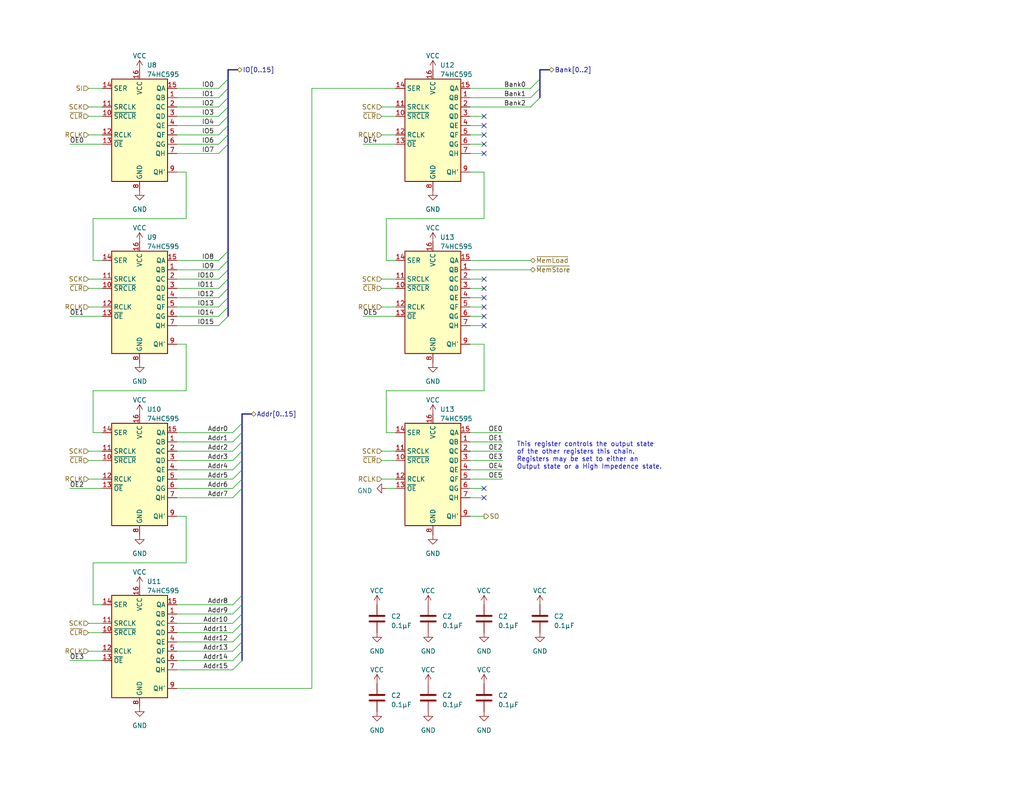
<source format=kicad_sch>
(kicad_sch (version 20230121) (generator eeschema)
  (paper "USLetter")
  (title_block (date "2023-03-21"))
  (lib_symbols
    (symbol "74xx:74HC595"
      (property "Reference" "U" (at -7.62 13.97 0))
      (property "Value" "74HC595" (at -7.62 -16.51 0))
      (symbol "74HC595_1_0"
        (pin tri_state line (at 10.16 7.62 180) (length 2.54) (name "QB") (number "1"))
        (pin input line (at -10.16 2.54 0) (length 2.54) (name "~{SRCLR}") (number "10"))
        (pin input line (at -10.16 5.08 0) (length 2.54) (name "SRCLK") (number "11"))
        (pin input line (at -10.16 -2.54 0) (length 2.54) (name "RCLK") (number "12"))
        (pin input line (at -10.16 -5.08 0) (length 2.54) (name "~{OE}") (number "13"))
        (pin input line (at -10.16 10.16 0) (length 2.54) (name "SER") (number "14"))
        (pin tri_state line (at 10.16 10.16 180) (length 2.54) (name "QA") (number "15"))
        (pin power_in line (at 0 15.24 270) (length 2.54) (name "VCC") (number "16"))
        (pin tri_state line (at 10.16 5.08 180) (length 2.54) (name "QC") (number "2"))
        (pin tri_state line (at 10.16 2.54 180) (length 2.54) (name "QD") (number "3"))
        (pin tri_state line (at 10.16 0 180) (length 2.54) (name "QE") (number "4"))
        (pin tri_state line (at 10.16 -2.54 180) (length 2.54) (name "QF") (number "5"))
        (pin tri_state line (at 10.16 -5.08 180) (length 2.54) (name "QG") (number "6"))
        (pin tri_state line (at 10.16 -7.62 180) (length 2.54) (name "QH") (number "7"))
        (pin power_in line (at 0 -17.78 90) (length 2.54) (name "GND") (number "8"))
        (pin output line (at 10.16 -12.7 180) (length 2.54) (name "QH'") (number "9"))
      )
      (symbol "74HC595_1_1"
        (rectangle (start -7.62 12.7) (end 7.62 -15.24) (stroke (width 0.254)) (fill (type background)))
      )
    )
    (symbol "Device:C" (pin_numbers hide) (pin_names (offset 0.254))
      (property "Reference" "C" (at 0.635 2.54 0))
      (property "Value" "C" (at 0.635 -2.54 0))
      (symbol "C_0_1"
        (polyline (pts (xy -2.032 -0.762) (xy 2.032 -0.762)) (stroke (width 0.508)))
        (polyline (pts (xy -2.032 0.762) (xy 2.032 0.762)) (stroke (width 0.508)))
      )
      (symbol "C_1_1"
        (pin passive line (at 0 3.81 270) (length 2.794) (name "~") (number "1"))
        (pin passive line (at 0 -3.81 90) (length 2.794) (name "~") (number "2"))
      )
    )
    (symbol "power:GND" (power) (pin_names (offset 0))
      (property "Value" "GND" (at 0 -3.81 0))
      (symbol "GND_0_1"
        (polyline (pts (xy 0 0) (xy 0 -1.27) (xy 1.27 -1.27) (xy 0 -2.54) (xy -1.27 -1.27) (xy 0 -1.27)))
      )
      (symbol "GND_1_1"
        (pin power_in line (at 0 0 270) (length 0) hide (name "GND") (number "1"))
      )
    )
    (symbol "power:VCC" (power) (pin_names (offset 0))
      (property "Value" "VCC" (at 0 3.81 0))
      (symbol "VCC_0_1"
        (polyline (pts (xy -0.762 1.27) (xy 0 2.54)))
        (polyline (pts (xy 0 0) (xy 0 2.54)))
        (polyline (pts (xy 0 2.54) (xy 0.762 1.27)))
      )
      (symbol "VCC_1_1"
        (pin power_in line (at 0 0 90) (length 0) hide (name "VCC") (number "1"))
      )
    )
  )
  (no_connect (at 132.08 86.36))
  (no_connect (at 132.08 81.28))
  (no_connect (at 132.08 133.35))
  (no_connect (at 132.08 36.83))
  (no_connect (at 132.08 76.2))
  (no_connect (at 132.08 83.82))
  (no_connect (at 132.08 34.29))
  (no_connect (at 132.08 88.9))
  (no_connect (at 132.08 31.75))
  (no_connect (at 132.08 78.74))
  (no_connect (at 132.08 39.37))
  (no_connect (at 132.08 135.89))
  (no_connect (at 132.08 41.91))
  (bus_entry (at 62.23 68.58) (size -2.54 2.54))
  (bus_entry (at 66.04 162.56) (size -2.54 2.54))
  (bus_entry (at 147.32 26.67) (size -2.54 2.54))
  (bus_entry (at 62.23 39.37) (size -2.54 2.54))
  (bus_entry (at 62.23 78.74) (size -2.54 2.54))
  (bus_entry (at 66.04 123.19) (size -2.54 2.54))
  (bus_entry (at 66.04 180.34) (size -2.54 2.54))
  (bus_entry (at 66.04 165.1) (size -2.54 2.54))
  (bus_entry (at 66.04 170.18) (size -2.54 2.54))
  (bus_entry (at 62.23 76.2) (size -2.54 2.54))
  (bus_entry (at 147.32 24.13) (size -2.54 2.54))
  (bus_entry (at 62.23 71.12) (size -2.54 2.54))
  (bus_entry (at 62.23 83.82) (size -2.54 2.54))
  (bus_entry (at 62.23 73.66) (size -2.54 2.54))
  (bus_entry (at 62.23 34.29) (size -2.54 2.54))
  (bus_entry (at 62.23 29.21) (size -2.54 2.54))
  (bus_entry (at 66.04 172.72) (size -2.54 2.54))
  (bus_entry (at 62.23 24.13) (size -2.54 2.54))
  (bus_entry (at 62.23 26.67) (size -2.54 2.54))
  (bus_entry (at 66.04 118.11) (size -2.54 2.54))
  (bus_entry (at 62.23 21.59) (size -2.54 2.54))
  (bus_entry (at 66.04 133.35) (size -2.54 2.54))
  (bus_entry (at 66.04 120.65) (size -2.54 2.54))
  (bus_entry (at 66.04 177.8) (size -2.54 2.54))
  (bus_entry (at 66.04 167.64) (size -2.54 2.54))
  (bus_entry (at 62.23 81.28) (size -2.54 2.54))
  (bus_entry (at 66.04 128.27) (size -2.54 2.54))
  (bus_entry (at 62.23 31.75) (size -2.54 2.54))
  (bus_entry (at 62.23 86.36) (size -2.54 2.54))
  (bus_entry (at 66.04 175.26) (size -2.54 2.54))
  (bus_entry (at 66.04 115.57) (size -2.54 2.54))
  (bus_entry (at 66.04 130.81) (size -2.54 2.54))
  (bus_entry (at 62.23 36.83) (size -2.54 2.54))
  (bus_entry (at 147.32 21.59) (size -2.54 2.54))
  (bus_entry (at 66.04 125.73) (size -2.54 2.54))
  (wire (pts (xy 50.8 93.98) (xy 50.8 106.68)))
  (wire (pts (xy 128.27 31.75) (xy 132.08 31.75)))
  (wire (pts (xy 104.14 78.74) (xy 107.95 78.74)))
  (wire (pts (xy 128.27 76.2) (xy 132.08 76.2)))
  (bus (pts (xy 66.04 120.65) (xy 66.04 123.19)))
  (wire (pts (xy 59.69 86.36) (xy 48.26 86.36)))
  (wire (pts (xy 144.78 71.12) (xy 128.27 71.12)))
  (wire (pts (xy 59.69 81.28) (xy 48.26 81.28)))
  (bus (pts (xy 62.23 21.59) (xy 62.23 24.13)))
  (wire (pts (xy 104.14 76.2) (xy 107.95 76.2)))
  (wire (pts (xy 59.69 24.13) (xy 48.26 24.13)))
  (bus (pts (xy 66.04 130.81) (xy 66.04 133.35)))
  (wire (pts (xy 24.13 36.83) (xy 27.94 36.83)))
  (bus (pts (xy 66.04 118.11) (xy 66.04 120.65)))
  (wire (pts (xy 24.13 177.8) (xy 27.94 177.8)))
  (wire (pts (xy 24.13 24.13) (xy 27.94 24.13)))
  (bus (pts (xy 147.32 19.05) (xy 147.32 21.59)))
  (wire (pts (xy 59.69 34.29) (xy 48.26 34.29)))
  (bus (pts (xy 62.23 24.13) (xy 62.23 26.67)))
  (wire (pts (xy 48.26 130.81) (xy 63.5 130.81)))
  (bus (pts (xy 66.04 125.73) (xy 66.04 128.27)))
  (bus (pts (xy 62.23 26.67) (xy 62.23 29.21)))
  (bus (pts (xy 147.32 21.59) (xy 147.32 24.13)))
  (wire (pts (xy 25.4 59.69) (xy 25.4 71.12)))
  (wire (pts (xy 105.41 133.35) (xy 107.95 133.35)))
  (wire (pts (xy 48.26 135.89) (xy 63.5 135.89)))
  (bus (pts (xy 62.23 39.37) (xy 62.23 68.58)))
  (wire (pts (xy 132.08 93.98) (xy 132.08 106.68)))
  (wire (pts (xy 59.69 76.2) (xy 48.26 76.2)))
  (wire (pts (xy 85.09 24.13) (xy 85.09 187.96)))
  (wire (pts (xy 48.26 125.73) (xy 63.5 125.73)))
  (bus (pts (xy 62.23 36.83) (xy 62.23 39.37)))
  (wire (pts (xy 24.13 125.73) (xy 27.94 125.73)))
  (bus (pts (xy 64.77 19.05) (xy 62.23 19.05)))
  (wire (pts (xy 105.41 59.69) (xy 105.41 71.12)))
  (bus (pts (xy 62.23 78.74) (xy 62.23 81.28)))
  (wire (pts (xy 132.08 140.97) (xy 128.27 140.97)))
  (wire (pts (xy 48.26 46.99) (xy 50.8 46.99)))
  (wire (pts (xy 59.69 29.21) (xy 48.26 29.21)))
  (wire (pts (xy 104.14 125.73) (xy 107.95 125.73)))
  (wire (pts (xy 19.05 86.36) (xy 27.94 86.36)))
  (wire (pts (xy 128.27 78.74) (xy 132.08 78.74)))
  (wire (pts (xy 105.41 118.11) (xy 107.95 118.11)))
  (bus (pts (xy 62.23 81.28) (xy 62.23 83.82)))
  (wire (pts (xy 25.4 153.67) (xy 25.4 165.1)))
  (wire (pts (xy 24.13 130.81) (xy 27.94 130.81)))
  (wire (pts (xy 50.8 106.68) (xy 25.4 106.68)))
  (wire (pts (xy 128.27 88.9) (xy 132.08 88.9)))
  (wire (pts (xy 25.4 106.68) (xy 25.4 118.11)))
  (wire (pts (xy 59.69 36.83) (xy 48.26 36.83)))
  (bus (pts (xy 62.23 34.29) (xy 62.23 36.83)))
  (wire (pts (xy 104.14 83.82) (xy 107.95 83.82)))
  (wire (pts (xy 137.16 120.65) (xy 128.27 120.65)))
  (wire (pts (xy 24.13 31.75) (xy 27.94 31.75)))
  (wire (pts (xy 137.16 118.11) (xy 128.27 118.11)))
  (bus (pts (xy 66.04 128.27) (xy 66.04 130.81)))
  (wire (pts (xy 59.69 31.75) (xy 48.26 31.75)))
  (wire (pts (xy 24.13 78.74) (xy 27.94 78.74)))
  (bus (pts (xy 66.04 165.1) (xy 66.04 167.64)))
  (bus (pts (xy 149.86 19.05) (xy 147.32 19.05)))
  (wire (pts (xy 24.13 83.82) (xy 27.94 83.82)))
  (wire (pts (xy 48.26 120.65) (xy 63.5 120.65)))
  (wire (pts (xy 104.14 36.83) (xy 107.95 36.83)))
  (bus (pts (xy 66.04 170.18) (xy 66.04 172.72)))
  (wire (pts (xy 48.26 182.88) (xy 63.5 182.88)))
  (bus (pts (xy 66.04 162.56) (xy 66.04 165.1)))
  (wire (pts (xy 128.27 81.28) (xy 132.08 81.28)))
  (wire (pts (xy 48.26 172.72) (xy 63.5 172.72)))
  (wire (pts (xy 59.69 41.91) (xy 48.26 41.91)))
  (bus (pts (xy 66.04 115.57) (xy 66.04 118.11)))
  (wire (pts (xy 105.41 59.69) (xy 132.08 59.69)))
  (wire (pts (xy 48.26 165.1) (xy 63.5 165.1)))
  (wire (pts (xy 59.69 71.12) (xy 48.26 71.12)))
  (wire (pts (xy 48.26 180.34) (xy 63.5 180.34)))
  (wire (pts (xy 19.05 133.35) (xy 27.94 133.35)))
  (bus (pts (xy 66.04 123.19) (xy 66.04 125.73)))
  (wire (pts (xy 128.27 46.99) (xy 132.08 46.99)))
  (wire (pts (xy 59.69 26.67) (xy 48.26 26.67)))
  (wire (pts (xy 48.26 187.96) (xy 85.09 187.96)))
  (bus (pts (xy 147.32 24.13) (xy 147.32 26.67)))
  (wire (pts (xy 48.26 177.8) (xy 63.5 177.8)))
  (bus (pts (xy 62.23 73.66) (xy 62.23 76.2)))
  (wire (pts (xy 25.4 118.11) (xy 27.94 118.11)))
  (bus (pts (xy 68.58 113.03) (xy 66.04 113.03)))
  (wire (pts (xy 144.78 29.21) (xy 128.27 29.21)))
  (bus (pts (xy 66.04 113.03) (xy 66.04 115.57)))
  (wire (pts (xy 144.78 24.13) (xy 128.27 24.13)))
  (wire (pts (xy 25.4 71.12) (xy 27.94 71.12)))
  (bus (pts (xy 62.23 68.58) (xy 62.23 71.12)))
  (wire (pts (xy 25.4 165.1) (xy 27.94 165.1)))
  (wire (pts (xy 128.27 135.89) (xy 132.08 135.89)))
  (wire (pts (xy 137.16 128.27) (xy 128.27 128.27)))
  (wire (pts (xy 48.26 123.19) (xy 63.5 123.19)))
  (wire (pts (xy 24.13 170.18) (xy 27.94 170.18)))
  (bus (pts (xy 66.04 175.26) (xy 66.04 177.8)))
  (wire (pts (xy 128.27 93.98) (xy 132.08 93.98)))
  (bus (pts (xy 66.04 133.35) (xy 66.04 162.56)))
  (wire (pts (xy 132.08 46.99) (xy 132.08 59.69)))
  (wire (pts (xy 59.69 39.37) (xy 48.26 39.37)))
  (wire (pts (xy 137.16 125.73) (xy 128.27 125.73)))
  (wire (pts (xy 48.26 167.64) (xy 63.5 167.64)))
  (wire (pts (xy 48.26 128.27) (xy 63.5 128.27)))
  (wire (pts (xy 24.13 76.2) (xy 27.94 76.2)))
  (wire (pts (xy 48.26 93.98) (xy 50.8 93.98)))
  (bus (pts (xy 66.04 172.72) (xy 66.04 175.26)))
  (wire (pts (xy 50.8 46.99) (xy 50.8 59.69)))
  (bus (pts (xy 62.23 76.2) (xy 62.23 78.74)))
  (wire (pts (xy 48.26 175.26) (xy 63.5 175.26)))
  (wire (pts (xy 128.27 83.82) (xy 132.08 83.82)))
  (wire (pts (xy 105.41 71.12) (xy 107.95 71.12)))
  (bus (pts (xy 62.23 71.12) (xy 62.23 73.66)))
  (wire (pts (xy 48.26 133.35) (xy 63.5 133.35)))
  (bus (pts (xy 66.04 167.64) (xy 66.04 170.18)))
  (wire (pts (xy 104.14 123.19) (xy 107.95 123.19)))
  (wire (pts (xy 105.41 106.68) (xy 105.41 118.11)))
  (wire (pts (xy 137.16 130.81) (xy 128.27 130.81)))
  (wire (pts (xy 48.26 170.18) (xy 63.5 170.18)))
  (wire (pts (xy 59.69 88.9) (xy 48.26 88.9)))
  (wire (pts (xy 128.27 36.83) (xy 132.08 36.83)))
  (wire (pts (xy 128.27 86.36) (xy 132.08 86.36)))
  (wire (pts (xy 137.16 123.19) (xy 128.27 123.19)))
  (wire (pts (xy 19.05 39.37) (xy 27.94 39.37)))
  (bus (pts (xy 62.23 29.21) (xy 62.23 31.75)))
  (wire (pts (xy 24.13 29.21) (xy 27.94 29.21)))
  (wire (pts (xy 104.14 29.21) (xy 107.95 29.21)))
  (wire (pts (xy 128.27 133.35) (xy 132.08 133.35)))
  (wire (pts (xy 24.13 172.72) (xy 27.94 172.72)))
  (wire (pts (xy 85.09 24.13) (xy 107.95 24.13)))
  (wire (pts (xy 99.06 39.37) (xy 107.95 39.37)))
  (wire (pts (xy 144.78 26.67) (xy 128.27 26.67)))
  (wire (pts (xy 128.27 39.37) (xy 132.08 39.37)))
  (wire (pts (xy 128.27 41.91) (xy 132.08 41.91)))
  (wire (pts (xy 128.27 34.29) (xy 132.08 34.29)))
  (bus (pts (xy 66.04 177.8) (xy 66.04 180.34)))
  (wire (pts (xy 50.8 140.97) (xy 50.8 153.67)))
  (bus (pts (xy 62.23 31.75) (xy 62.23 34.29)))
  (wire (pts (xy 144.78 73.66) (xy 128.27 73.66)))
  (wire (pts (xy 48.26 118.11) (xy 63.5 118.11)))
  (wire (pts (xy 59.69 83.82) (xy 48.26 83.82)))
  (wire (pts (xy 59.69 78.74) (xy 48.26 78.74)))
  (bus (pts (xy 62.23 83.82) (xy 62.23 86.36)))
  (wire (pts (xy 104.14 130.81) (xy 107.95 130.81)))
  (wire (pts (xy 19.05 180.34) (xy 27.94 180.34)))
  (wire (pts (xy 24.13 123.19) (xy 27.94 123.19)))
  (wire (pts (xy 25.4 59.69) (xy 50.8 59.69)))
  (bus (pts (xy 62.23 19.05) (xy 62.23 21.59)))
  (wire (pts (xy 104.14 31.75) (xy 107.95 31.75)))
  (wire (pts (xy 48.26 140.97) (xy 50.8 140.97)))
  (wire (pts (xy 99.06 86.36) (xy 107.95 86.36)))
  (wire (pts (xy 105.41 106.68) (xy 132.08 106.68)))
  (wire (pts (xy 25.4 153.67) (xy 50.8 153.67)))
  (wire (pts (xy 59.69 73.66) (xy 48.26 73.66)))
  (text "This register controls the output state\nof the other registers this chain.\nRegisters may be set to either an\nOutput state or a High Impedence state." (at 140.97 128.27 0) (effects (font (size 1.27 1.27)) (justify left bottom)))
  (label "IO11" (at 58.42 78.74 180))
  (label "OE4" (at 137.16 128.27 180))
  (label "IO3" (at 58.42 31.75 180))
  (label "OE0" (at 137.16 118.11 180))
  (label "IO13" (at 58.42 83.82 180))
  (label "Addr5" (at 62.23 130.81 180))
  (label "Addr11" (at 62.23 172.72 180))
  (label "Addr1" (at 62.23 120.65 180))
  (label "IO5" (at 58.42 36.83 180))
  (label "Addr12" (at 62.23 175.26 180))
  (label "IO10" (at 58.42 76.2 180))
  (label "Addr14" (at 62.23 180.34 180))
  (label "OE3" (at 137.16 125.73 180))
  (label "Addr9" (at 62.23 167.64 180))
  (label "Addr10" (at 62.23 170.18 180))
  (label "Addr15" (at 62.23 182.88 180))
  (label "Addr6" (at 62.23 133.35 180))
  (label "Addr8" (at 62.23 165.1 180))
  (label "IO0" (at 58.42 24.13 180))
  (label "Bank0" (at 143.51 24.13 180))
  (label "OE0" (at 19.05 39.37 0))
  (label "IO7" (at 58.42 41.91 180))
  (label "Addr13" (at 62.23 177.8 180))
  (label "IO12" (at 58.42 81.28 180))
  (label "IO1" (at 58.42 26.67 180))
  (label "Bank2" (at 143.51 29.21 180))
  (label "OE5" (at 99.06 86.36 0))
  (label "Addr0" (at 62.23 118.11 180))
  (label "IO14" (at 58.42 86.36 180))
  (label "IO15" (at 58.42 88.9 180))
  (label "OE1" (at 137.16 120.65 180))
  (label "IO8" (at 58.42 71.12 180))
  (label "OE2" (at 19.05 133.35 0))
  (label "IO4" (at 58.42 34.29 180))
  (label "Addr2" (at 62.23 123.19 180))
  (label "OE2" (at 137.16 123.19 180))
  (label "IO2" (at 58.42 29.21 180))
  (label "OE4" (at 99.06 39.37 0))
  (label "Addr4" (at 62.23 128.27 180))
  (label "Bank1" (at 143.51 26.67 180))
  (label "OE5" (at 137.16 130.81 180))
  (label "IO9" (at 58.42 73.66 180))
  (label "OE1" (at 19.05 86.36 0))
  (label "Addr7" (at 62.23 135.89 180))
  (label "IO6" (at 58.42 39.37 180))
  (label "Addr3" (at 62.23 125.73 180))
  (label "OE3" (at 19.05 180.34 0))
  (hierarchical_label "SCK" (shape input) (at 104.14 76.2 180))
  (hierarchical_label "SCK" (shape input) (at 24.13 123.19 180))
  (hierarchical_label "SCK" (shape input) (at 24.13 76.2 180))
  (hierarchical_label "SO" (shape output) (at 132.08 140.97 0))
  (hierarchical_label "Addr[0..15]" (shape tri_state) (at 68.58 113.03 0))
  (hierarchical_label "~{CLR}" (shape input) (at 104.14 78.74 180))
  (hierarchical_label "RCLK" (shape input) (at 104.14 36.83 180))
  (hierarchical_label "RCLK" (shape input) (at 24.13 36.83 180))
  (hierarchical_label "~{CLR}" (shape input) (at 24.13 78.74 180))
  (hierarchical_label "RCLK" (shape input) (at 24.13 130.81 180))
  (hierarchical_label "~{CLR}" (shape input) (at 24.13 172.72 180))
  (hierarchical_label "IO[0..15]" (shape tri_state) (at 64.77 19.05 0))
  (hierarchical_label "Bank[0..2]" (shape tri_state) (at 149.86 19.05 0))
  (hierarchical_label "RCLK" (shape input) (at 104.14 83.82 180))
  (hierarchical_label "RCLK" (shape input) (at 104.14 130.81 180))
  (hierarchical_label "SCK" (shape input) (at 24.13 170.18 180))
  (hierarchical_label "~{CLR}" (shape input) (at 24.13 31.75 180))
  (hierarchical_label "~{CLR}" (shape input) (at 104.14 31.75 180))
  (hierarchical_label "SCK" (shape input) (at 24.13 29.21 180))
  (hierarchical_label "~{MemStore}" (shape tri_state) (at 144.78 73.66 0))
  (hierarchical_label "SCK" (shape input) (at 104.14 123.19 180))
  (hierarchical_label "RCLK" (shape input) (at 24.13 83.82 180))
  (hierarchical_label "~{CLR}" (shape input) (at 24.13 125.73 180))
  (hierarchical_label "RCLK" (shape input) (at 24.13 177.8 180))
  (hierarchical_label "SI" (shape input) (at 24.13 24.13 180))
  (hierarchical_label "SCK" (shape input) (at 104.14 29.21 180))
  (hierarchical_label "~{MemLoad}" (shape tri_state) (at 144.78 71.12 0))
  (hierarchical_label "~{CLR}" (shape input) (at 104.14 125.73 180))
  (symbol (lib_id "power:GND") (at 118.11 146.05 0) (unit 1)
    (property "Reference" "#PWR017" (effects hide))
    (property "Value" "GND" (at 118.11 151.13 0))
    (instances (project "MEMModuleTestFixture" (path "" (reference "#PWR017") (unit 1)) (path "" (reference "#PWR064") (unit 1)) (path "" (reference "#PWR0144") (unit 1))))
  )
  (symbol (lib_id "74xx:74HC595") (at 38.1 81.28 0) (unit 1)
    (property "Reference" "U9" (at 40.0559 64.77 0) (effects (justify left)))
    (property "Value" "74HC595" (at 40.0559 67.31 0) (effects (justify left)))
    (property "Footprint" "Package_SO:TSSOP-16_4.4x5mm_P0.65mm" (effects hide))
    (property "Datasheet" "http://www.ti.com/lit/ds/symlink/sn74hc595.pdf" (effects hide))
    (instances (project "MEMModuleTestFixture" (path "" (reference "U9") (unit 1)) (path "" (reference "U19") (unit 1))))
  )
  (symbol (lib_id "power:GND") (at 38.1 99.06 0) (unit 1)
    (property "Reference" "#PWR017" (effects hide))
    (property "Value" "GND" (at 38.1 104.14 0))
    (instances (project "MEMModuleTestFixture" (path "" (reference "#PWR017") (unit 1)) (path "" (reference "#PWR050") (unit 1)) (path "" (reference "#PWR0125") (unit 1))))
  )
  (symbol (lib_id "74xx:74HC595") (at 38.1 175.26 0) (unit 1)
    (property "Reference" "U11" (at 40.0559 158.75 0) (effects (justify left)))
    (property "Value" "74HC595" (at 40.0559 161.29 0) (effects (justify left)))
    (property "Footprint" "Package_SO:TSSOP-16_4.4x5mm_P0.65mm" (effects hide))
    (property "Datasheet" "http://www.ti.com/lit/ds/symlink/sn74hc595.pdf" (effects hide))
    (instances (project "MEMModuleTestFixture" (path "" (reference "U11") (unit 1)) (path "" (reference "U21") (unit 1))))
  )
  (symbol (lib_id "power:VCC") (at 132.08 186.69 0) (unit 1)
    (property "Reference" "#PWR016" (effects hide))
    (property "Value" "VCC" (at 132.08 182.88 0))
    (instances (project "MEMModuleTestFixture" (path "" (reference "#PWR016") (unit 1)) (path "" (reference "#PWR071") (unit 1)) (path "" (reference "#PWR0147") (unit 1))))
  )
  (symbol (lib_id "power:GND") (at 132.08 194.31 0) (unit 1)
    (property "Reference" "#PWR017" (effects hide))
    (property "Value" "GND" (at 132.08 199.39 0))
    (instances (project "MEMModuleTestFixture" (path "" (reference "#PWR017") (unit 1)) (path "" (reference "#PWR072") (unit 1)) (path "" (reference "#PWR0148") (unit 1))))
  )
  (symbol (lib_id "74xx:74HC595") (at 38.1 128.27 0) (unit 1)
    (property "Reference" "U10" (at 40.0559 111.76 0) (effects (justify left)))
    (property "Value" "74HC595" (at 40.0559 114.3 0) (effects (justify left)))
    (property "Footprint" "Package_SO:TSSOP-16_4.4x5mm_P0.65mm" (effects hide))
    (property "Datasheet" "http://www.ti.com/lit/ds/symlink/sn74hc595.pdf" (effects hide))
    (instances (project "MEMModuleTestFixture" (path "" (reference "U10") (unit 1)) (path "" (reference "U20") (unit 1))))
  )
  (symbol (lib_id "Device:C") (at 132.08 190.5 0) (unit 1)
    (property "Reference" "C2" (at 135.89 189.865 0) (effects (justify left)))
    (property "Value" "0.1µF" (at 135.89 192.405 0) (effects (justify left)))
    (property "Footprint" "Capacitor_SMD:C_0603_1608Metric" (effects hide))
    (property "Mouser" "https://www.mouser.com/ProductDetail/963-EMK107B7104KAHT" (effects hide))
    (instances (project "MEMModuleTestFixture" (path "" (reference "C2") (unit 1)) (path "" (reference "C14") (unit 1)) (path "" (reference "C24") (unit 1))))
  )
  (symbol (lib_id "power:GND") (at 102.87 194.31 0) (unit 1)
    (property "Reference" "#PWR017" (effects hide))
    (property "Value" "GND" (at 102.87 199.39 0))
    (instances (project "MEMModuleTestFixture" (path "" (reference "#PWR017") (unit 1)) (path "" (reference "#PWR060") (unit 1)) (path "" (reference "#PWR0133") (unit 1))))
  )
  (symbol (lib_id "power:GND") (at 132.08 172.72 0) (unit 1)
    (property "Reference" "#PWR017" (effects hide))
    (property "Value" "GND" (at 132.08 177.8 0))
    (instances (project "MEMModuleTestFixture" (path "" (reference "#PWR017") (unit 1)) (path "" (reference "#PWR070") (unit 1)) (path "" (reference "#PWR0146") (unit 1))))
  )
  (symbol (lib_id "power:VCC") (at 118.11 19.05 0) (unit 1)
    (property "Reference" "#PWR016" (effects hide))
    (property "Value" "VCC" (at 118.11 15.24 0))
    (instances (project "MEMModuleTestFixture" (path "" (reference "#PWR016") (unit 1)) (path "" (reference "#PWR061") (unit 1)) (path "" (reference "#PWR0139") (unit 1))))
  )
  (symbol (lib_id "power:VCC") (at 38.1 19.05 0) (unit 1)
    (property "Reference" "#PWR016" (effects hide))
    (property "Value" "VCC" (at 38.1 15.24 0))
    (instances (project "MEMModuleTestFixture" (path "" (reference "#PWR016") (unit 1)) (path "" (reference "#PWR047") (unit 1)) (path "" (reference "#PWR0122") (unit 1))))
  )
  (symbol (lib_id "74xx:74HC595") (at 118.11 34.29 0) (unit 1)
    (property "Reference" "U12" (at 120.0659 17.78 0) (effects (justify left)))
    (property "Value" "74HC595" (at 120.0659 20.32 0) (effects (justify left)))
    (property "Footprint" "Package_SO:TSSOP-16_4.4x5mm_P0.65mm" (effects hide))
    (property "Datasheet" "http://www.ti.com/lit/ds/symlink/sn74hc595.pdf" (effects hide))
    (instances (project "MEMModuleTestFixture" (path "" (reference "U12") (unit 1)) (path "" (reference "U22") (unit 1))))
  )
  (symbol (lib_id "74xx:74HC595") (at 118.11 128.27 0) (unit 1)
    (property "Reference" "U13" (at 120.0659 111.76 0) (effects (justify left)))
    (property "Value" "74HC595" (at 120.0659 114.3 0) (effects (justify left)))
    (property "Footprint" "Package_SO:TSSOP-16_4.4x5mm_P0.65mm" (effects hide))
    (property "Datasheet" "http://www.ti.com/lit/ds/symlink/sn74hc595.pdf" (effects hide))
    (instances (project "MEMModuleTestFixture" (path "" (reference "U13") (unit 1)) (path "" (reference "U24") (unit 1))))
  )
  (symbol (lib_id "power:VCC") (at 102.87 186.69 0) (unit 1)
    (property "Reference" "#PWR016" (effects hide))
    (property "Value" "VCC" (at 102.87 182.88 0))
    (instances (project "MEMModuleTestFixture" (path "" (reference "#PWR016") (unit 1)) (path "" (reference "#PWR059") (unit 1)) (path "" (reference "#PWR0132") (unit 1))))
  )
  (symbol (lib_id "power:GND") (at 147.32 172.72 0) (unit 1)
    (property "Reference" "#PWR017" (effects hide))
    (property "Value" "GND" (at 147.32 177.8 0))
    (instances (project "MEMModuleTestFixture" (path "" (reference "#PWR017") (unit 1)) (path "" (reference "#PWR074") (unit 1)) (path "" (reference "#PWR0150") (unit 1))))
  )
  (symbol (lib_id "power:VCC") (at 118.11 66.04 0) (unit 1)
    (property "Reference" "#PWR016" (effects hide))
    (property "Value" "VCC" (at 118.11 62.23 0))
    (instances (project "MEMModuleTestFixture" (path "" (reference "#PWR016") (unit 1)) (path "" (reference "#PWR063") (unit 1)) (path "" (reference "#PWR0141") (unit 1))))
  )
  (symbol (lib_id "power:GND") (at 118.11 52.07 0) (unit 1)
    (property "Reference" "#PWR017" (effects hide))
    (property "Value" "GND" (at 118.11 57.15 0))
    (instances (project "MEMModuleTestFixture" (path "" (reference "#PWR017") (unit 1)) (path "" (reference "#PWR062") (unit 1)) (path "" (reference "#PWR0140") (unit 1))))
  )
  (symbol (lib_id "power:VCC") (at 38.1 66.04 0) (unit 1)
    (property "Reference" "#PWR016" (effects hide))
    (property "Value" "VCC" (at 38.1 62.23 0))
    (instances (project "MEMModuleTestFixture" (path "" (reference "#PWR016") (unit 1)) (path "" (reference "#PWR049") (unit 1)) (path "" (reference "#PWR0124") (unit 1))))
  )
  (symbol (lib_id "power:VCC") (at 147.32 165.1 0) (unit 1)
    (property "Reference" "#PWR016" (effects hide))
    (property "Value" "VCC" (at 147.32 161.29 0))
    (instances (project "MEMModuleTestFixture" (path "" (reference "#PWR016") (unit 1)) (path "" (reference "#PWR073") (unit 1)) (path "" (reference "#PWR0149") (unit 1))))
  )
  (symbol (lib_id "power:GND") (at 116.84 194.31 0) (unit 1)
    (property "Reference" "#PWR017" (effects hide))
    (property "Value" "GND" (at 116.84 199.39 0))
    (instances (project "MEMModuleTestFixture" (path "" (reference "#PWR017") (unit 1)) (path "" (reference "#PWR068") (unit 1)) (path "" (reference "#PWR0138") (unit 1))))
  )
  (symbol (lib_id "power:VCC") (at 38.1 160.02 0) (unit 1)
    (property "Reference" "#PWR016" (effects hide))
    (property "Value" "VCC" (at 38.1 156.21 0))
    (instances (project "MEMModuleTestFixture" (path "" (reference "#PWR016") (unit 1)) (path "" (reference "#PWR053") (unit 1)) (path "" (reference "#PWR0128") (unit 1))))
  )
  (symbol (lib_id "power:GND") (at 38.1 146.05 0) (unit 1)
    (property "Reference" "#PWR017" (effects hide))
    (property "Value" "GND" (at 38.1 151.13 0))
    (instances (project "MEMModuleTestFixture" (path "" (reference "#PWR017") (unit 1)) (path "" (reference "#PWR052") (unit 1)) (path "" (reference "#PWR0127") (unit 1))))
  )
  (symbol (lib_id "74xx:74HC595") (at 118.11 81.28 0) (unit 1)
    (property "Reference" "U13" (at 120.0659 64.77 0) (effects (justify left)))
    (property "Value" "74HC595" (at 120.0659 67.31 0) (effects (justify left)))
    (property "Footprint" "Package_SO:TSSOP-16_4.4x5mm_P0.65mm" (effects hide))
    (property "Datasheet" "http://www.ti.com/lit/ds/symlink/sn74hc595.pdf" (effects hide))
    (instances (project "MEMModuleTestFixture" (path "" (reference "U13") (unit 1)) (path "" (reference "U23") (unit 1))))
  )
  (symbol (lib_id "Device:C") (at 147.32 168.91 0) (unit 1)
    (property "Reference" "C2" (at 151.13 168.275 0) (effects (justify left)))
    (property "Value" "0.1µF" (at 151.13 170.815 0) (effects (justify left)))
    (property "Footprint" "Capacitor_SMD:C_0603_1608Metric" (effects hide))
    (property "Mouser" "https://www.mouser.com/ProductDetail/963-EMK107B7104KAHT" (effects hide))
    (instances (project "MEMModuleTestFixture" (path "" (reference "C2") (unit 1)) (path "" (reference "C15") (unit 1)) (path "" (reference "C25") (unit 1))))
  )
  (symbol (lib_id "power:GND") (at 116.84 172.72 0) (unit 1)
    (property "Reference" "#PWR017" (effects hide))
    (property "Value" "GND" (at 116.84 177.8 0))
    (instances (project "MEMModuleTestFixture" (path "" (reference "#PWR017") (unit 1)) (path "" (reference "#PWR066") (unit 1)) (path "" (reference "#PWR0136") (unit 1))))
  )
  (symbol (lib_id "power:GND") (at 102.87 172.72 0) (unit 1)
    (property "Reference" "#PWR017" (effects hide))
    (property "Value" "GND" (at 102.87 177.8 0))
    (instances (project "MEMModuleTestFixture" (path "" (reference "#PWR017") (unit 1)) (path "" (reference "#PWR058") (unit 1)) (path "" (reference "#PWR0131") (unit 1))))
  )
  (symbol (lib_id "Device:C") (at 102.87 190.5 0) (unit 1)
    (property "Reference" "C2" (at 106.68 189.865 0) (effects (justify left)))
    (property "Value" "0.1µF" (at 106.68 192.405 0) (effects (justify left)))
    (property "Footprint" "Capacitor_SMD:C_0603_1608Metric" (effects hide))
    (property "Mouser" "https://www.mouser.com/ProductDetail/963-EMK107B7104KAHT" (effects hide))
    (instances (project "MEMModuleTestFixture" (path "" (reference "C2") (unit 1)) (path "" (reference "C10") (unit 1)) (path "" (reference "C20") (unit 1))))
  )
  (symbol (lib_id "power:GND") (at 118.11 99.06 0) (unit 1)
    (property "Reference" "#PWR017" (effects hide))
    (property "Value" "GND" (at 118.11 104.14 0))
    (instances (project "MEMModuleTestFixture" (path "" (reference "#PWR017") (unit 1)) (path "" (reference "#PWR064") (unit 1)) (path "" (reference "#PWR0142") (unit 1))))
  )
  (symbol (lib_id "power:VCC") (at 116.84 165.1 0) (unit 1)
    (property "Reference" "#PWR016" (effects hide))
    (property "Value" "VCC" (at 116.84 161.29 0))
    (instances (project "MEMModuleTestFixture" (path "" (reference "#PWR016") (unit 1)) (path "" (reference "#PWR065") (unit 1)) (path "" (reference "#PWR0135") (unit 1))))
  )
  (symbol (lib_id "Device:C") (at 116.84 168.91 0) (unit 1)
    (property "Reference" "C2" (at 120.65 168.275 0) (effects (justify left)))
    (property "Value" "0.1µF" (at 120.65 170.815 0) (effects (justify left)))
    (property "Footprint" "Capacitor_SMD:C_0603_1608Metric" (effects hide))
    (property "Mouser" "https://www.mouser.com/ProductDetail/963-EMK107B7104KAHT" (effects hide))
    (instances (project "MEMModuleTestFixture" (path "" (reference "C2") (unit 1)) (path "" (reference "C11") (unit 1)) (path "" (reference "C21") (unit 1))))
  )
  (symbol (lib_id "74xx:74HC595") (at 38.1 34.29 0) (unit 1)
    (property "Reference" "U8" (at 40.0559 17.78 0) (effects (justify left)))
    (property "Value" "74HC595" (at 40.0559 20.32 0) (effects (justify left)))
    (property "Footprint" "Package_SO:TSSOP-16_4.4x5mm_P0.65mm" (effects hide))
    (property "Datasheet" "http://www.ti.com/lit/ds/symlink/sn74hc595.pdf" (effects hide))
    (instances (project "MEMModuleTestFixture" (path "" (reference "U8") (unit 1)) (path "" (reference "U18") (unit 1))))
  )
  (symbol (lib_id "power:VCC") (at 38.1 113.03 0) (unit 1)
    (property "Reference" "#PWR016" (effects hide))
    (property "Value" "VCC" (at 38.1 109.22 0))
    (instances (project "MEMModuleTestFixture" (path "" (reference "#PWR016") (unit 1)) (path "" (reference "#PWR051") (unit 1)) (path "" (reference "#PWR0126") (unit 1))))
  )
  (symbol (lib_id "power:VCC") (at 102.87 165.1 0) (unit 1)
    (property "Reference" "#PWR016" (effects hide))
    (property "Value" "VCC" (at 102.87 161.29 0))
    (instances (project "MEMModuleTestFixture" (path "" (reference "#PWR016") (unit 1)) (path "" (reference "#PWR057") (unit 1)) (path "" (reference "#PWR0130") (unit 1))))
  )
  (symbol (lib_id "power:GND") (at 38.1 193.04 0) (unit 1)
    (property "Reference" "#PWR017" (effects hide))
    (property "Value" "GND" (at 38.1 198.12 0))
    (instances (project "MEMModuleTestFixture" (path "" (reference "#PWR017") (unit 1)) (path "" (reference "#PWR054") (unit 1)) (path "" (reference "#PWR0129") (unit 1))))
  )
  (symbol (lib_id "power:GND") (at 38.1 52.07 0) (unit 1)
    (property "Reference" "#PWR017" (effects hide))
    (property "Value" "GND" (at 38.1 57.15 0))
    (instances (project "MEMModuleTestFixture" (path "" (reference "#PWR017") (unit 1)) (path "" (reference "#PWR048") (unit 1)) (path "" (reference "#PWR0123") (unit 1))))
  )
  (symbol (lib_id "power:GND") (at 105.41 133.35 270) (unit 1)
    (property "Reference" "#PWR056" (effects hide))
    (property "Value" "GND" (at 101.6 133.985 90) (effects (justify right)))
    (instances (project "MEMModuleTestFixture" (path "" (reference "#PWR056") (unit 1)) (path "" (reference "#PWR0134") (unit 1))))
  )
  (symbol (lib_id "power:VCC") (at 132.08 165.1 0) (unit 1)
    (property "Reference" "#PWR016" (effects hide))
    (property "Value" "VCC" (at 132.08 161.29 0))
    (instances (project "MEMModuleTestFixture" (path "" (reference "#PWR016") (unit 1)) (path "" (reference "#PWR069") (unit 1)) (path "" (reference "#PWR0145") (unit 1))))
  )
  (symbol (lib_id "power:VCC") (at 116.84 186.69 0) (unit 1)
    (property "Reference" "#PWR016" (effects hide))
    (property "Value" "VCC" (at 116.84 182.88 0))
    (instances (project "MEMModuleTestFixture" (path "" (reference "#PWR016") (unit 1)) (path "" (reference "#PWR067") (unit 1)) (path "" (reference "#PWR0137") (unit 1))))
  )
  (symbol (lib_id "Device:C") (at 116.84 190.5 0) (unit 1)
    (property "Reference" "C2" (at 120.65 189.865 0) (effects (justify left)))
    (property "Value" "0.1µF" (at 120.65 192.405 0) (effects (justify left)))
    (property "Footprint" "Capacitor_SMD:C_0603_1608Metric" (effects hide))
    (property "Mouser" "https://www.mouser.com/ProductDetail/963-EMK107B7104KAHT" (effects hide))
    (instances (project "MEMModuleTestFixture" (path "" (reference "C2") (unit 1)) (path "" (reference "C12") (unit 1)) (path "" (reference "C22") (unit 1))))
  )
  (symbol (lib_id "Device:C") (at 132.08 168.91 0) (unit 1)
    (property "Reference" "C2" (at 135.89 168.275 0) (effects (justify left)))
    (property "Value" "0.1µF" (at 135.89 170.815 0) (effects (justify left)))
    (property "Footprint" "Capacitor_SMD:C_0603_1608Metric" (effects hide))
    (property "Mouser" "https://www.mouser.com/ProductDetail/963-EMK107B7104KAHT" (effects hide))
    (instances (project "MEMModuleTestFixture" (path "" (reference "C2") (unit 1)) (path "" (reference "C13") (unit 1)) (path "" (reference "C23") (unit 1))))
  )
  (symbol (lib_id "power:VCC") (at 118.11 113.03 0) (unit 1)
    (property "Reference" "#PWR016" (effects hide))
    (property "Value" "VCC" (at 118.11 109.22 0))
    (instances (project "MEMModuleTestFixture" (path "" (reference "#PWR016") (unit 1)) (path "" (reference "#PWR063") (unit 1)) (path "" (reference "#PWR0143") (unit 1))))
  )
  (symbol (lib_id "Device:C") (at 102.87 168.91 0) (unit 1)
    (property "Reference" "C2" (at 106.68 168.275 0) (effects (justify left)))
    (property "Value" "0.1µF" (at 106.68 170.815 0) (effects (justify left)))
    (property "Footprint" "Capacitor_SMD:C_0603_1608Metric" (effects hide))
    (property "Mouser" "https://www.mouser.com/ProductDetail/963-EMK107B7104KAHT" (effects hide))
    (instances (project "MEMModuleTestFixture" (path "" (reference "C2") (unit 1)) (path "" (reference "C9") (unit 1)) (path "" (reference "C19") (unit 1))))
  )
)
</source>
